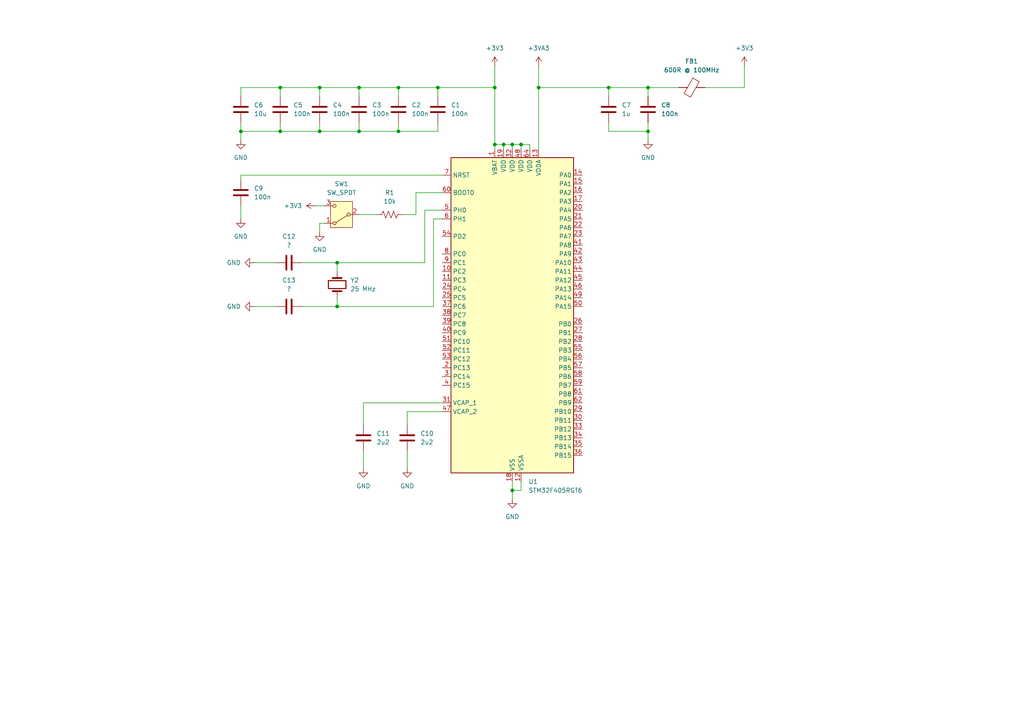
<source format=kicad_sch>
(kicad_sch (version 20250114) (generator "eeschema") (generator_version "9.0")
  (paper "A4")
  (title_block (title "Flight Controller Phase 1") (date "2026-01-31") (rev "0"))
  (lib_symbols
    (symbol "Device:C" (pin_numbers (hide yes)) (pin_names (offset 0.254))
      (property "Reference" "C" (at 0.635 2.54 0))
      (property "Value" "C" (at 0.635 -2.54 0))
      (symbol "C_0_1"
        (polyline (pts (xy -2.032 0.762) (xy 2.032 0.762)) (stroke (width 0.508)))
        (polyline (pts (xy -2.032 -0.762) (xy 2.032 -0.762)) (stroke (width 0.508)))
      )
      (symbol "C_1_1"
        (pin passive line (at 0 3.81 270) (length 2.794) (name "~") (number "1"))
        (pin passive line (at 0 -3.81 90) (length 2.794) (name "~") (number "2"))
      )
    )
    (symbol "Device:Crystal" (pin_numbers (hide yes)) (pin_names (offset 1.016) (hide yes))
      (property "Reference" "Y" (at 0 3.81 0))
      (property "Value" "Crystal" (at 0 -3.81 0))
      (symbol "Crystal_0_1"
        (polyline (pts (xy -2.54 0) (xy -1.905 0)))
        (polyline (pts (xy -1.905 -1.27) (xy -1.905 1.27)) (stroke (width 0.508)))
        (rectangle (start -1.143 2.54) (end 1.143 -2.54) (stroke (width 0.3048)))
        (polyline (pts (xy 1.905 -1.27) (xy 1.905 1.27)) (stroke (width 0.508)))
        (polyline (pts (xy 2.54 0) (xy 1.905 0)))
      )
      (symbol "Crystal_1_1"
        (pin passive line (at -3.81 0 0) (length 1.27) (name "1") (number "1"))
        (pin passive line (at 3.81 0 180) (length 1.27) (name "2") (number "2"))
      )
    )
    (symbol "Device:FerriteBead" (pin_numbers (hide yes)) (pin_names (offset 0))
      (property "Reference" "FB" (at -3.81 0.635 90))
      (property "Value" "FerriteBead" (at 3.81 0 90))
      (symbol "FerriteBead_0_1"
        (polyline (pts (xy -2.7686 0.4064) (xy -1.7018 2.2606) (xy 2.7686 -0.3048) (xy 1.6764 -2.159) (xy -2.7686 0.4064)))
        (polyline (pts (xy 0 1.27) (xy 0 1.2954)))
        (polyline (pts (xy 0 -1.27) (xy 0 -1.2192)))
      )
      (symbol "FerriteBead_1_1"
        (pin passive line (at 0 3.81 270) (length 2.54) (name "~") (number "1"))
        (pin passive line (at 0 -3.81 90) (length 2.54) (name "~") (number "2"))
      )
    )
    (symbol "Device:R_US" (pin_numbers (hide yes)) (pin_names (offset 0))
      (property "Reference" "R" (at 2.54 0 90))
      (property "Value" "R_US" (at -2.54 0 90))
      (symbol "R_US_0_1"
        (polyline (pts (xy 0 2.286) (xy 0 2.54)))
        (polyline (pts (xy 0 2.286) (xy 1.016 1.905) (xy 0 1.524) (xy -1.016 1.143) (xy 0 0.762)))
        (polyline (pts (xy 0 0.762) (xy 1.016 0.381) (xy 0 0) (xy -1.016 -0.381) (xy 0 -0.762)))
        (polyline (pts (xy 0 -0.762) (xy 1.016 -1.143) (xy 0 -1.524) (xy -1.016 -1.905) (xy 0 -2.286)))
        (polyline (pts (xy 0 -2.286) (xy 0 -2.54)))
      )
      (symbol "R_US_1_1"
        (pin passive line (at 0 3.81 270) (length 1.27) (name "~") (number "1"))
        (pin passive line (at 0 -3.81 90) (length 1.27) (name "~") (number "2"))
      )
    )
    (symbol "MCU_ST_STM32F4:STM32F405RGTx"
      (property "Reference" "U" (at -17.78 46.99 0))
      (property "Value" "STM32F405RGTx" (at 10.16 46.99 0))
      (symbol "STM32F405RGTx_0_1"
        (rectangle (start -17.78 -45.72) (end 17.78 45.72) (stroke (width 0.254)) (fill (type background)))
      )
      (symbol "STM32F405RGTx_1_1"
        (pin input line (at -20.32 40.64 0) (length 2.54) (name "NRST") (number "7"))
        (pin input line (at -20.32 35.56 0) (length 2.54) (name "BOOT0") (number "60"))
        (pin bidirectional line (at -20.32 30.48 0) (length 2.54) (name "PH0") (number "5"))
        (pin bidirectional line (at -20.32 27.94 0) (length 2.54) (name "PH1") (number "6"))
        (pin bidirectional line (at -20.32 22.86 0) (length 2.54) (name "PD2") (number "54"))
        (pin bidirectional line (at -20.32 17.78 0) (length 2.54) (name "PC0") (number "8"))
        (pin bidirectional line (at -20.32 15.24 0) (length 2.54) (name "PC1") (number "9"))
        (pin bidirectional line (at -20.32 12.7 0) (length 2.54) (name "PC2") (number "10"))
        (pin bidirectional line (at -20.32 10.16 0) (length 2.54) (name "PC3") (number "11"))
        (pin bidirectional line (at -20.32 7.62 0) (length 2.54) (name "PC4") (number "24"))
        (pin bidirectional line (at -20.32 5.08 0) (length 2.54) (name "PC5") (number "25"))
        (pin bidirectional line (at -20.32 2.54 0) (length 2.54) (name "PC6") (number "37"))
        (pin bidirectional line (at -20.32 0 0) (length 2.54) (name "PC7") (number "38"))
        (pin bidirectional line (at -20.32 -2.54 0) (length 2.54) (name "PC8") (number "39"))
        (pin bidirectional line (at -20.32 -5.08 0) (length 2.54) (name "PC9") (number "40"))
        (pin bidirectional line (at -20.32 -7.62 0) (length 2.54) (name "PC10") (number "51"))
        (pin bidirectional line (at -20.32 -10.16 0) (length 2.54) (name "PC11") (number "52"))
        (pin bidirectional line (at -20.32 -12.7 0) (length 2.54) (name "PC12") (number "53"))
        (pin bidirectional line (at -20.32 -15.24 0) (length 2.54) (name "PC13") (number "2"))
        (pin bidirectional line (at -20.32 -17.78 0) (length 2.54) (name "PC14") (number "3"))
        (pin bidirectional line (at -20.32 -20.32 0) (length 2.54) (name "PC15") (number "4"))
        (pin power_out line (at -20.32 -25.4 0) (length 2.54) (name "VCAP_1") (number "31"))
        (pin power_out line (at -20.32 -27.94 0) (length 2.54) (name "VCAP_2") (number "47"))
        (pin power_in line (at -5.08 48.26 270) (length 2.54) (name "VBAT") (number "1"))
        (pin power_in line (at -2.54 48.26 270) (length 2.54) (name "VDD") (number "19"))
        (pin power_in line (at 0 48.26 270) (length 2.54) (name "VDD") (number "32"))
        (pin power_in line (at 0 -48.26 90) (length 2.54) (name "VSS") (number "18"))
        (pin passive line (at 0 -48.26 90) (length 2.54) (hide yes) (name "VSS") (number "63"))
        (pin power_in line (at 2.54 48.26 270) (length 2.54) (name "VDD") (number "48"))
        (pin power_in line (at 2.54 -48.26 90) (length 2.54) (name "VSSA") (number "12"))
        (pin power_in line (at 5.08 48.26 270) (length 2.54) (name "VDD") (number "64"))
        (pin power_in line (at 7.62 48.26 270) (length 2.54) (name "VDDA") (number "13"))
        (pin bidirectional line (at 20.32 40.64 180) (length 2.54) (name "PA0") (number "14"))
        (pin bidirectional line (at 20.32 38.1 180) (length 2.54) (name "PA1") (number "15"))
        (pin bidirectional line (at 20.32 35.56 180) (length 2.54) (name "PA2") (number "16"))
        (pin bidirectional line (at 20.32 33.02 180) (length 2.54) (name "PA3") (number "17"))
        (pin bidirectional line (at 20.32 30.48 180) (length 2.54) (name "PA4") (number "20"))
        (pin bidirectional line (at 20.32 27.94 180) (length 2.54) (name "PA5") (number "21"))
        (pin bidirectional line (at 20.32 25.4 180) (length 2.54) (name "PA6") (number "22"))
        (pin bidirectional line (at 20.32 22.86 180) (length 2.54) (name "PA7") (number "23"))
        (pin bidirectional line (at 20.32 20.32 180) (length 2.54) (name "PA8") (number "41"))
        (pin bidirectional line (at 20.32 17.78 180) (length 2.54) (name "PA9") (number "42"))
        (pin bidirectional line (at 20.32 15.24 180) (length 2.54) (name "PA10") (number "43"))
        (pin bidirectional line (at 20.32 12.7 180) (length 2.54) (name "PA11") (number "44"))
        (pin bidirectional line (at 20.32 10.16 180) (length 2.54) (name "PA12") (number "45"))
        (pin bidirectional line (at 20.32 7.62 180) (length 2.54) (name "PA13") (number "46"))
        (pin bidirectional line (at 20.32 5.08 180) (length 2.54) (name "PA14") (number "49"))
        (pin bidirectional line (at 20.32 2.54 180) (length 2.54) (name "PA15") (number "50"))
        (pin bidirectional line (at 20.32 -2.54 180) (length 2.54) (name "PB0") (number "26"))
        (pin bidirectional line (at 20.32 -5.08 180) (length 2.54) (name "PB1") (number "27"))
        (pin bidirectional line (at 20.32 -7.62 180) (length 2.54) (name "PB2") (number "28"))
        (pin bidirectional line (at 20.32 -10.16 180) (length 2.54) (name "PB3") (number "55"))
        (pin bidirectional line (at 20.32 -12.7 180) (length 2.54) (name "PB4") (number "56"))
        (pin bidirectional line (at 20.32 -15.24 180) (length 2.54) (name "PB5") (number "57"))
        (pin bidirectional line (at 20.32 -17.78 180) (length 2.54) (name "PB6") (number "58"))
        (pin bidirectional line (at 20.32 -20.32 180) (length 2.54) (name "PB7") (number "59"))
        (pin bidirectional line (at 20.32 -22.86 180) (length 2.54) (name "PB8") (number "61"))
        (pin bidirectional line (at 20.32 -25.4 180) (length 2.54) (name "PB9") (number "62"))
        (pin bidirectional line (at 20.32 -27.94 180) (length 2.54) (name "PB10") (number "29"))
        (pin bidirectional line (at 20.32 -30.48 180) (length 2.54) (name "PB11") (number "30"))
        (pin bidirectional line (at 20.32 -33.02 180) (length 2.54) (name "PB12") (number "33"))
        (pin bidirectional line (at 20.32 -35.56 180) (length 2.54) (name "PB13") (number "34"))
        (pin bidirectional line (at 20.32 -38.1 180) (length 2.54) (name "PB14") (number "35"))
        (pin bidirectional line (at 20.32 -40.64 180) (length 2.54) (name "PB15") (number "36"))
      )
    )
    (symbol "Switch:SW_SPDT" (pin_names (offset 0) (hide yes))
      (property "Reference" "SW" (at 0 5.08 0))
      (property "Value" "SW_SPDT" (at 0 -5.08 0))
      (symbol "SW_SPDT_0_1"
        (circle (center -2.032 0) (radius 0.4572))
        (polyline (pts (xy -1.651 0.254) (xy 1.651 2.286)))
        (circle (center 2.032 2.54) (radius 0.4572))
        (circle (center 2.032 -2.54) (radius 0.4572))
      )
      (symbol "SW_SPDT_1_1"
        (rectangle (start -3.175 3.81) (end 3.175 -3.81) (fill (type background)))
        (pin passive line (at -5.08 0 0) (length 2.54) (name "B") (number "2"))
        (pin passive line (at 5.08 2.54 180) (length 2.54) (name "A") (number "1"))
        (pin passive line (at 5.08 -2.54 180) (length 2.54) (name "C") (number "3"))
      )
    )
    (symbol "power:+3.3VA" (power) (pin_numbers (hide yes)) (pin_names (offset 0) (hide yes))
      (property "Value" "+3.3VA" (at 0 3.556 0))
      (symbol "+3.3VA_0_1"
        (polyline (pts (xy -0.762 1.27) (xy 0 2.54)))
        (polyline (pts (xy 0 2.54) (xy 0.762 1.27)))
        (polyline (pts (xy 0 0) (xy 0 2.54)))
      )
      (symbol "+3.3VA_1_1"
        (pin power_in line (at 0 0 90) (length 0) (name "~") (number "1"))
      )
    )
    (symbol "power:+3V3" (power) (pin_numbers (hide yes)) (pin_names (offset 0) (hide yes))
      (property "Value" "+3V3" (at 0 3.556 0))
      (symbol "+3V3_0_1"
        (polyline (pts (xy -0.762 1.27) (xy 0 2.54)))
        (polyline (pts (xy 0 2.54) (xy 0.762 1.27)))
        (polyline (pts (xy 0 0) (xy 0 2.54)))
      )
      (symbol "+3V3_1_1"
        (pin power_in line (at 0 0 90) (length 0) (name "~") (number "1"))
      )
    )
    (symbol "power:GND" (power) (pin_numbers (hide yes)) (pin_names (offset 0) (hide yes))
      (property "Value" "GND" (at 0 -3.81 0))
      (symbol "GND_0_1"
        (polyline (pts (xy 0 0) (xy 0 -1.27) (xy 1.27 -1.27) (xy 0 -2.54) (xy -1.27 -1.27) (xy 0 -1.27)))
      )
      (symbol "GND_1_1"
        (pin power_in line (at 0 0 270) (length 0) (name "~") (number "1"))
      )
    )
  )
  (junction (at 127 25.4))
  (junction (at 81.28 25.4))
  (junction (at 151.13 41.91))
  (junction (at 69.85 38.1))
  (junction (at 156.21 25.4))
  (junction (at 97.79 76.2))
  (junction (at 104.14 38.1))
  (junction (at 187.96 38.1))
  (junction (at 143.51 41.91))
  (junction (at 92.71 25.4))
  (junction (at 115.57 25.4))
  (junction (at 97.79 88.9))
  (junction (at 146.05 41.91))
  (junction (at 104.14 25.4))
  (junction (at 148.59 142.24))
  (junction (at 187.96 25.4))
  (junction (at 115.57 38.1))
  (junction (at 143.51 25.4))
  (junction (at 148.59 41.91))
  (junction (at 176.53 25.4))
  (junction (at 92.71 38.1))
  (junction (at 81.28 38.1))
  (wire (pts (xy 148.59 144.78) (xy 148.59 142.24)))
  (wire (pts (xy 92.71 64.77) (xy 93.98 64.77)))
  (wire (pts (xy 148.59 139.7) (xy 148.59 142.24)))
  (wire (pts (xy 151.13 41.91) (xy 153.67 41.91)))
  (wire (pts (xy 104.14 25.4) (xy 104.14 27.94)))
  (wire (pts (xy 91.44 59.69) (xy 93.98 59.69)))
  (wire (pts (xy 146.05 41.91) (xy 148.59 41.91)))
  (wire (pts (xy 69.85 50.8) (xy 69.85 52.07)))
  (wire (pts (xy 156.21 43.18) (xy 156.21 25.4)))
  (wire (pts (xy 104.14 62.23) (xy 109.22 62.23)))
  (wire (pts (xy 128.27 116.84) (xy 105.41 116.84)))
  (wire (pts (xy 176.53 35.56) (xy 176.53 38.1)))
  (wire (pts (xy 128.27 119.38) (xy 118.11 119.38)))
  (wire (pts (xy 115.57 38.1) (xy 127 38.1)))
  (wire (pts (xy 87.63 88.9) (xy 97.79 88.9)))
  (wire (pts (xy 146.05 41.91) (xy 143.51 41.91)))
  (wire (pts (xy 215.9 19.05) (xy 215.9 25.4)))
  (wire (pts (xy 148.59 41.91) (xy 151.13 41.91)))
  (wire (pts (xy 143.51 41.91) (xy 143.51 43.18)))
  (wire (pts (xy 176.53 38.1) (xy 187.96 38.1)))
  (wire (pts (xy 156.21 25.4) (xy 176.53 25.4)))
  (wire (pts (xy 81.28 35.56) (xy 81.28 38.1)))
  (wire (pts (xy 97.79 88.9) (xy 97.79 86.36)))
  (wire (pts (xy 69.85 25.4) (xy 81.28 25.4)))
  (wire (pts (xy 81.28 27.94) (xy 81.28 25.4)))
  (wire (pts (xy 92.71 25.4) (xy 104.14 25.4)))
  (wire (pts (xy 156.21 19.05) (xy 156.21 25.4)))
  (wire (pts (xy 104.14 38.1) (xy 115.57 38.1)))
  (wire (pts (xy 127 35.56) (xy 127 38.1)))
  (wire (pts (xy 120.65 62.23) (xy 120.65 55.88)))
  (wire (pts (xy 128.27 60.96) (xy 123.19 60.96)))
  (wire (pts (xy 115.57 25.4) (xy 115.57 27.94)))
  (wire (pts (xy 176.53 27.94) (xy 176.53 25.4)))
  (wire (pts (xy 143.51 19.05) (xy 143.51 25.4)))
  (wire (pts (xy 92.71 35.56) (xy 92.71 38.1)))
  (wire (pts (xy 81.28 38.1) (xy 92.71 38.1)))
  (wire (pts (xy 73.66 88.9) (xy 80.01 88.9)))
  (wire (pts (xy 125.73 88.9) (xy 125.73 63.5)))
  (wire (pts (xy 69.85 38.1) (xy 69.85 40.64)))
  (wire (pts (xy 92.71 38.1) (xy 104.14 38.1)))
  (wire (pts (xy 118.11 130.81) (xy 118.11 135.89)))
  (wire (pts (xy 123.19 60.96) (xy 123.19 76.2)))
  (wire (pts (xy 69.85 35.56) (xy 69.85 38.1)))
  (wire (pts (xy 153.67 43.18) (xy 153.67 41.91)))
  (wire (pts (xy 187.96 25.4) (xy 196.85 25.4)))
  (wire (pts (xy 151.13 142.24) (xy 148.59 142.24)))
  (wire (pts (xy 187.96 25.4) (xy 187.96 27.94)))
  (wire (pts (xy 104.14 35.56) (xy 104.14 38.1)))
  (wire (pts (xy 143.51 25.4) (xy 143.51 41.91)))
  (wire (pts (xy 105.41 130.81) (xy 105.41 135.89)))
  (wire (pts (xy 127 25.4) (xy 143.51 25.4)))
  (wire (pts (xy 105.41 116.84) (xy 105.41 123.19)))
  (wire (pts (xy 151.13 43.18) (xy 151.13 41.91)))
  (wire (pts (xy 125.73 63.5) (xy 128.27 63.5)))
  (wire (pts (xy 115.57 25.4) (xy 127 25.4)))
  (wire (pts (xy 146.05 43.18) (xy 146.05 41.91)))
  (wire (pts (xy 81.28 25.4) (xy 92.71 25.4)))
  (wire (pts (xy 104.14 25.4) (xy 115.57 25.4)))
  (wire (pts (xy 92.71 27.94) (xy 92.71 25.4)))
  (wire (pts (xy 128.27 50.8) (xy 69.85 50.8)))
  (wire (pts (xy 127 25.4) (xy 127 27.94)))
  (wire (pts (xy 120.65 55.88) (xy 128.27 55.88)))
  (wire (pts (xy 73.66 76.2) (xy 80.01 76.2)))
  (wire (pts (xy 176.53 25.4) (xy 187.96 25.4)))
  (wire (pts (xy 69.85 27.94) (xy 69.85 25.4)))
  (wire (pts (xy 187.96 35.56) (xy 187.96 38.1)))
  (wire (pts (xy 148.59 43.18) (xy 148.59 41.91)))
  (wire (pts (xy 92.71 64.77) (xy 92.71 67.31)))
  (wire (pts (xy 187.96 38.1) (xy 187.96 40.64)))
  (wire (pts (xy 87.63 76.2) (xy 97.79 76.2)))
  (wire (pts (xy 116.84 62.23) (xy 120.65 62.23)))
  (wire (pts (xy 204.47 25.4) (xy 215.9 25.4)))
  (wire (pts (xy 151.13 139.7) (xy 151.13 142.24)))
  (wire (pts (xy 115.57 35.56) (xy 115.57 38.1)))
  (wire (pts (xy 69.85 38.1) (xy 81.28 38.1)))
  (wire (pts (xy 97.79 88.9) (xy 125.73 88.9)))
  (wire (pts (xy 123.19 76.2) (xy 97.79 76.2)))
  (wire (pts (xy 69.85 59.69) (xy 69.85 63.5)))
  (wire (pts (xy 97.79 76.2) (xy 97.79 78.74)))
  (wire (pts (xy 118.11 119.38) (xy 118.11 123.19)))
  (symbol (lib_id "Device:C") (at 69.85 55.88 0) (unit 1)
    (property "Reference" "C9" (at 73.66 54.6099 0) (effects (justify left)))
    (property "Value" "100n" (at 73.66 57.1499 0) (effects (justify left)))
    (property "Description" "Unpolarized capacitor" (effects (hide yes)))
  )
  (symbol (lib_id "power:GND") (at 69.85 40.64 0) (unit 1)
    (property "Reference" "#PWR03" (effects (hide yes)))
    (property "Value" "GND" (at 69.85 45.72 0))
    (property "Description" "Power symbol creates a global label with name \"GND\" , ground" (effects (hide yes)))
  )
  (symbol (lib_id "Device:C") (at 115.57 31.75 0) (unit 1)
    (property "Reference" "C2" (at 119.38 30.4799 0) (effects (justify left)))
    (property "Value" "100n" (at 119.38 33.0199 0) (effects (justify left)))
    (property "Description" "Unpolarized capacitor" (effects (hide yes)))
  )
  (symbol (lib_id "Device:C") (at 176.53 31.75 0) (unit 1)
    (property "Reference" "C7" (at 180.34 30.4799 0) (effects (justify left)))
    (property "Value" "1u" (at 180.34 33.0199 0) (effects (justify left)))
    (property "Description" "Unpolarized capacitor" (effects (hide yes)))
  )
  (symbol (lib_id "Device:R_US") (at 113.03 62.23 270) (unit 1)
    (property "Reference" "R1" (at 113.03 55.88 90))
    (property "Value" "10k" (at 113.03 58.42 90))
    (property "Description" "Resistor, US symbol" (effects (hide yes)))
  )
  (symbol (lib_id "Device:C") (at 81.28 31.75 0) (unit 1)
    (property "Reference" "C5" (at 85.09 30.4799 0) (effects (justify left)))
    (property "Value" "100n" (at 85.09 33.0199 0) (effects (justify left)))
    (property "Description" "Unpolarized capacitor" (effects (hide yes)))
  )
  (symbol (lib_id "Device:C") (at 118.11 127 0) (unit 1)
    (property "Reference" "C10" (at 121.92 125.7299 0) (effects (justify left)))
    (property "Value" "2u2" (at 121.92 128.2699 0) (effects (justify left)))
    (property "Description" "Unpolarized capacitor" (effects (hide yes)))
  )
  (symbol (lib_id "power:GND") (at 118.11 135.89 0) (unit 1)
    (property "Reference" "#PWR09" (effects (hide yes)))
    (property "Value" "GND" (at 118.11 140.97 0))
    (property "Description" "Power symbol creates a global label with name \"GND\" , ground" (effects (hide yes)))
  )
  (symbol (lib_id "power:+3V3") (at 143.51 19.05 0) (unit 1)
    (property "Reference" "#PWR02" (effects (hide yes)))
    (property "Value" "+3V3" (at 143.51 13.97 0))
    (property "Description" "Power symbol creates a global label with name \"+3V3\"" (effects (hide yes)))
  )
  (symbol (lib_id "power:GND") (at 148.59 144.78 0) (unit 1)
    (property "Reference" "#PWR01" (effects (hide yes)))
    (property "Value" "GND" (at 148.59 149.86 0))
    (property "Description" "Power symbol creates a global label with name \"GND\" , ground" (effects (hide yes)))
  )
  (symbol (lib_id "power:+3.3VA") (at 156.21 19.05 0) (unit 1)
    (property "Reference" "#PWR04" (effects (hide yes)))
    (property "Value" "+3VA3" (at 156.21 13.97 0))
    (property "Description" "Power symbol creates a global label with name \"+3.3VA\"" (effects (hide yes)))
  )
  (symbol (lib_id "power:GND") (at 105.41 135.89 0) (unit 1)
    (property "Reference" "#PWR08" (effects (hide yes)))
    (property "Value" "GND" (at 105.41 140.97 0))
    (property "Description" "Power symbol creates a global label with name \"GND\" , ground" (effects (hide yes)))
  )
  (symbol (lib_id "power:+3V3") (at 91.44 59.69 90) (unit 1)
    (property "Reference" "#PWR011" (effects (hide yes)))
    (property "Value" "+3V3" (at 87.63 59.6899 90) (effects (justify left)))
    (property "Description" "Power symbol creates a global label with name \"+3V3\"" (effects (hide yes)))
  )
  (symbol (lib_id "Device:C") (at 127 31.75 0) (unit 1)
    (property "Reference" "C1" (at 130.81 30.4799 0) (effects (justify left)))
    (property "Value" "100n" (at 130.81 33.0199 0) (effects (justify left)))
    (property "Description" "Unpolarized capacitor" (effects (hide yes)))
  )
  (symbol (lib_id "power:GND") (at 187.96 40.64 0) (unit 1)
    (property "Reference" "#PWR05" (effects (hide yes)))
    (property "Value" "GND" (at 187.96 45.72 0))
    (property "Description" "Power symbol creates a global label with name \"GND\" , ground" (effects (hide yes)))
  )
  (symbol (lib_id "power:GND") (at 73.66 88.9 270) (unit 1)
    (property "Reference" "#PWR013" (effects (hide yes)))
    (property "Value" "GND" (at 69.85 88.8999 90) (effects (justify right)))
    (property "Description" "Power symbol creates a global label with name \"GND\" , ground" (effects (hide yes)))
  )
  (symbol (lib_id "power:GND") (at 92.71 67.31 0) (unit 1)
    (property "Reference" "#PWR010" (effects (hide yes)))
    (property "Value" "GND" (at 92.71 72.39 0))
    (property "Description" "Power symbol creates a global label with name \"GND\" , ground" (effects (hide yes)))
  )
  (symbol (lib_id "Device:C") (at 83.82 88.9 90) (unit 1)
    (property "Reference" "C13" (at 83.82 81.28 90))
    (property "Value" "?" (at 83.82 83.82 90))
    (property "Description" "Unpolarized capacitor" (effects (hide yes)))
  )
  (symbol (lib_id "Switch:SW_SPDT") (at 99.06 62.23 180) (unit 1)
    (property "Reference" "SW1" (at 99.06 53.34 0))
    (property "Value" "SW_SPDT" (at 99.06 55.88 0))
    (property "Description" "Switch, single pole double throw" (effects (hide yes)))
  )
  (symbol (lib_id "Device:FerriteBead") (at 200.66 25.4 90) (unit 1)
    (property "Reference" "FB1" (at 200.6092 17.78 90))
    (property "Value" "600R @ 100MHz" (at 200.6092 20.32 90))
    (property "Description" "Ferrite bead" (effects (hide yes)))
  )
  (symbol (lib_id "Device:Crystal") (at 97.79 82.55 90) (unit 1)
    (property "Reference" "Y2" (at 101.6 81.2799 90) (effects (justify right)))
    (property "Value" "25 MHz" (at 101.6 83.8199 90) (effects (justify right)))
    (property "Description" "Two pin crystal" (effects (hide yes)))
  )
  (symbol (lib_id "MCU_ST_STM32F4:STM32F405RGTx") (at 148.59 91.44 0) (unit 1)
    (property "Reference" "U1" (at 153.2733 139.7 0) (effects (justify left)))
    (property "Value" "STM32F405RGT6" (at 153.2733 142.24 0) (effects (justify left)))
    (property "Footprint" "Package_QFP:LQFP-64_10x10mm_P0.5mm" (effects (hide yes)))
    (property "Datasheet" "https://www.st.com/resource/en/datasheet/stm32f405rg.pdf" (effects (hide yes)))
    (property "Description" "STMicroelectronics Arm Cortex-M4 MCU, 1024KB flash, 192KB RAM, 168 MHz, 1.8-3.6V, 51 GPIO, LQFP64" (effects (hide yes)))
  )
  (symbol (lib_id "Device:C") (at 104.14 31.75 0) (unit 1)
    (property "Reference" "C3" (at 107.95 30.4799 0) (effects (justify left)))
    (property "Value" "100n" (at 107.95 33.0199 0) (effects (justify left)))
    (property "Description" "Unpolarized capacitor" (effects (hide yes)))
  )
  (symbol (lib_id "power:+3V3") (at 215.9 19.05 0) (unit 1)
    (property "Reference" "#PWR06" (effects (hide yes)))
    (property "Value" "+3V3" (at 215.9 13.97 0))
    (property "Description" "Power symbol creates a global label with name \"+3V3\"" (effects (hide yes)))
  )
  (symbol (lib_id "Device:C") (at 105.41 127 0) (unit 1)
    (property "Reference" "C11" (at 109.22 125.7299 0) (effects (justify left)))
    (property "Value" "2u2" (at 109.22 128.2699 0) (effects (justify left)))
    (property "Description" "Unpolarized capacitor" (effects (hide yes)))
  )
  (symbol (lib_id "power:GND") (at 73.66 76.2 270) (unit 1)
    (property "Reference" "#PWR012" (effects (hide yes)))
    (property "Value" "GND" (at 69.85 76.1999 90) (effects (justify right)))
    (property "Description" "Power symbol creates a global label with name \"GND\" , ground" (effects (hide yes)))
  )
  (symbol (lib_id "Device:C") (at 187.96 31.75 0) (unit 1)
    (property "Reference" "C8" (at 191.77 30.4799 0) (effects (justify left)))
    (property "Value" "100n" (at 191.77 33.0199 0) (effects (justify left)))
    (property "Description" "Unpolarized capacitor" (effects (hide yes)))
  )
  (symbol (lib_id "Device:C") (at 83.82 76.2 90) (unit 1)
    (property "Reference" "C12" (at 83.82 68.58 90))
    (property "Value" "?" (at 83.82 71.12 90))
    (property "Description" "Unpolarized capacitor" (effects (hide yes)))
  )
  (symbol (lib_id "Device:C") (at 69.85 31.75 0) (unit 1)
    (property "Reference" "C6" (at 73.66 30.4799 0) (effects (justify left)))
    (property "Value" "10u" (at 73.66 33.0199 0) (effects (justify left)))
    (property "Description" "Unpolarized capacitor" (effects (hide yes)))
  )
  (symbol (lib_id "power:GND") (at 69.85 63.5 0) (unit 1)
    (property "Reference" "#PWR07" (effects (hide yes)))
    (property "Value" "GND" (at 69.85 68.58 0))
    (property "Description" "Power symbol creates a global label with name \"GND\" , ground" (effects (hide yes)))
  )
  (symbol (lib_id "Device:C") (at 92.71 31.75 0) (unit 1)
    (property "Reference" "C4" (at 96.52 30.4799 0) (effects (justify left)))
    (property "Value" "100n" (at 96.52 33.0199 0) (effects (justify left)))
    (property "Description" "Unpolarized capacitor" (effects (hide yes)))
  )
)
</source>
